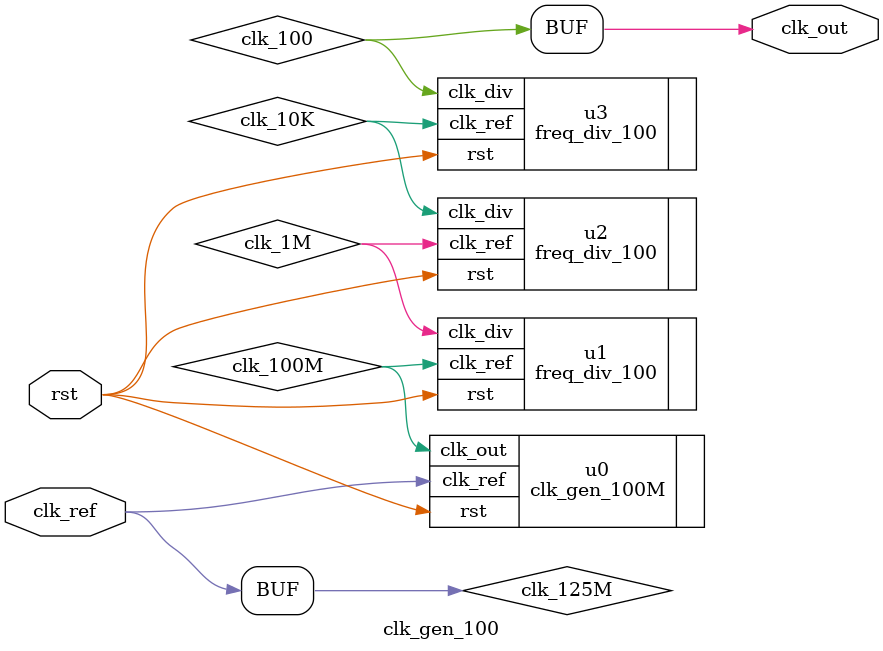
<source format=v>
`timescale 1ns / 1ps

module clk_gen_100(
    input   clk_ref,    // ±âÁØ Å¬·° ÀÔ·Â
    input   rst,        // ¸®¼Â ½ÅÈ£ ÀÔ·Â
    output  clk_out     // ºÐÁÖµÈ Å¬·°
    );

    wire    clk_125M = clk_ref;                     // 125MhzÀÇ Å¬·°À» ±âÁØ Å¬·°À¸·Î ¼³Á¤
    wire    clk_100M, clk_1M, clk_10M, clk_100;     // 3¹øÀÇ ºÐÁÖ¸¦ À§ÇÑ 3°³ÀÇ »çÀÌ wire

    clk_gen_100M u0 (.clk_ref(clk_125M), .rst(rst), .clk_out(clk_100M));
    freq_div_100 u1 (.clk_ref(clk_100M), .rst(rst), .clk_div(clk_1M));
    freq_div_100 u2 (.clk_ref(clk_1M), .rst(rst), .clk_div(clk_10K));
    freq_div_100 u3 (.clk_ref(clk_10K), .rst(rst), .clk_div(clk_100));
    
    assign  clk_out = clk_100;  // 100Hz·Î ºÐÁÖµÈ Å¬·°
endmodule
</source>
